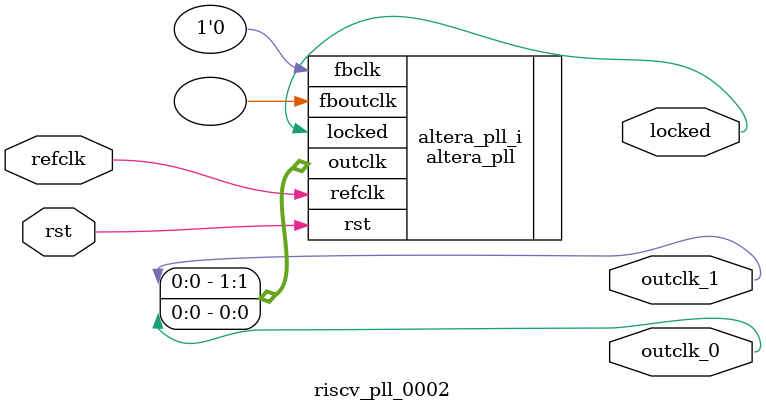
<source format=v>

`timescale 1ns/10ps
module  riscv_pll_0002(

	// interface 'refclk'
	input wire refclk,

	// interface 'reset'
	input wire rst,

	// interface 'outclk0'
	output wire outclk_0,

	// interface 'outclk1'
	output wire outclk_1,

	// interface 'locked'
	output wire locked
);

	altera_pll #(
		.fractional_vco_multiplier("false"),
		.reference_clock_frequency("50.0 MHz"),
		.operation_mode("direct"),
		.number_of_clocks(2),
		.output_clock_frequency0("16.000000 MHz"),
		.phase_shift0("0 ps"),
		.duty_cycle0(50),
		.output_clock_frequency1("8.387096 MHz"),
		.phase_shift1("0 ps"),
		.duty_cycle1(50),
		.output_clock_frequency2("0 MHz"),
		.phase_shift2("0 ps"),
		.duty_cycle2(50),
		.output_clock_frequency3("0 MHz"),
		.phase_shift3("0 ps"),
		.duty_cycle3(50),
		.output_clock_frequency4("0 MHz"),
		.phase_shift4("0 ps"),
		.duty_cycle4(50),
		.output_clock_frequency5("0 MHz"),
		.phase_shift5("0 ps"),
		.duty_cycle5(50),
		.output_clock_frequency6("0 MHz"),
		.phase_shift6("0 ps"),
		.duty_cycle6(50),
		.output_clock_frequency7("0 MHz"),
		.phase_shift7("0 ps"),
		.duty_cycle7(50),
		.output_clock_frequency8("0 MHz"),
		.phase_shift8("0 ps"),
		.duty_cycle8(50),
		.output_clock_frequency9("0 MHz"),
		.phase_shift9("0 ps"),
		.duty_cycle9(50),
		.output_clock_frequency10("0 MHz"),
		.phase_shift10("0 ps"),
		.duty_cycle10(50),
		.output_clock_frequency11("0 MHz"),
		.phase_shift11("0 ps"),
		.duty_cycle11(50),
		.output_clock_frequency12("0 MHz"),
		.phase_shift12("0 ps"),
		.duty_cycle12(50),
		.output_clock_frequency13("0 MHz"),
		.phase_shift13("0 ps"),
		.duty_cycle13(50),
		.output_clock_frequency14("0 MHz"),
		.phase_shift14("0 ps"),
		.duty_cycle14(50),
		.output_clock_frequency15("0 MHz"),
		.phase_shift15("0 ps"),
		.duty_cycle15(50),
		.output_clock_frequency16("0 MHz"),
		.phase_shift16("0 ps"),
		.duty_cycle16(50),
		.output_clock_frequency17("0 MHz"),
		.phase_shift17("0 ps"),
		.duty_cycle17(50),
		.pll_type("General"),
		.pll_subtype("General")
	) altera_pll_i (
		.rst	(rst),
		.outclk	({outclk_1, outclk_0}),
		.locked	(locked),
		.fboutclk	( ),
		.fbclk	(1'b0),
		.refclk	(refclk)
	);
endmodule


</source>
